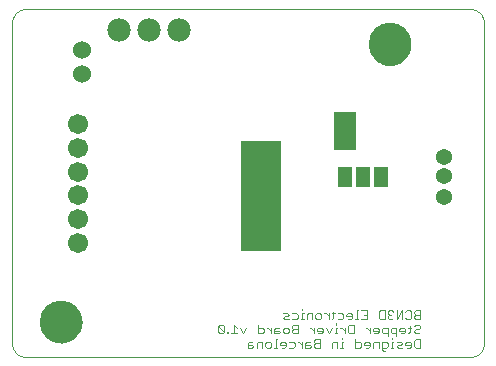
<source format=gbs>
G75*
%MOIN*%
%OFA0B0*%
%FSLAX24Y24*%
%IPPOS*%
%LPD*%
%AMOC8*
5,1,8,0,0,1.08239X$1,22.5*
%
%ADD10C,0.0000*%
%ADD11C,0.1418*%
%ADD12R,0.1380X0.3660*%
%ADD13C,0.0030*%
%ADD14R,0.0720X0.1260*%
%ADD15C,0.0540*%
%ADD16R,0.0500X0.0670*%
%ADD17C,0.0780*%
%ADD18C,0.0670*%
%ADD19C,0.0600*%
D10*
X007271Y007583D02*
X022019Y007583D01*
X022063Y007585D01*
X022106Y007591D01*
X022148Y007600D01*
X022190Y007613D01*
X022230Y007630D01*
X022269Y007650D01*
X022306Y007673D01*
X022340Y007700D01*
X022373Y007729D01*
X022402Y007762D01*
X022429Y007796D01*
X022452Y007833D01*
X022472Y007872D01*
X022489Y007912D01*
X022502Y007954D01*
X022511Y007996D01*
X022517Y008039D01*
X022519Y008083D01*
X022519Y018698D01*
X022517Y018742D01*
X022511Y018785D01*
X022502Y018827D01*
X022489Y018869D01*
X022472Y018909D01*
X022452Y018948D01*
X022429Y018985D01*
X022402Y019019D01*
X022373Y019052D01*
X022340Y019081D01*
X022306Y019108D01*
X022269Y019131D01*
X022230Y019151D01*
X022190Y019168D01*
X022148Y019181D01*
X022106Y019190D01*
X022063Y019196D01*
X022019Y019198D01*
X007271Y019198D01*
X007227Y019196D01*
X007184Y019190D01*
X007142Y019181D01*
X007100Y019168D01*
X007060Y019151D01*
X007021Y019131D01*
X006984Y019108D01*
X006950Y019081D01*
X006917Y019052D01*
X006888Y019019D01*
X006861Y018985D01*
X006838Y018948D01*
X006818Y018909D01*
X006801Y018869D01*
X006788Y018827D01*
X006779Y018785D01*
X006773Y018742D01*
X006771Y018698D01*
X006771Y008083D01*
X006773Y008039D01*
X006779Y007996D01*
X006788Y007954D01*
X006801Y007912D01*
X006818Y007872D01*
X006838Y007833D01*
X006861Y007796D01*
X006888Y007762D01*
X006917Y007729D01*
X006950Y007700D01*
X006984Y007673D01*
X007021Y007650D01*
X007060Y007630D01*
X007100Y007613D01*
X007142Y007600D01*
X007184Y007591D01*
X007227Y007585D01*
X007271Y007583D01*
X007716Y008764D02*
X007718Y008816D01*
X007724Y008868D01*
X007734Y008919D01*
X007747Y008969D01*
X007765Y009019D01*
X007786Y009066D01*
X007810Y009112D01*
X007839Y009156D01*
X007870Y009198D01*
X007904Y009237D01*
X007941Y009274D01*
X007981Y009307D01*
X008024Y009338D01*
X008068Y009365D01*
X008114Y009389D01*
X008163Y009409D01*
X008212Y009425D01*
X008263Y009438D01*
X008314Y009447D01*
X008366Y009452D01*
X008418Y009453D01*
X008470Y009450D01*
X008522Y009443D01*
X008573Y009432D01*
X008623Y009418D01*
X008672Y009399D01*
X008719Y009377D01*
X008764Y009352D01*
X008808Y009323D01*
X008849Y009291D01*
X008888Y009256D01*
X008923Y009218D01*
X008956Y009177D01*
X008986Y009135D01*
X009012Y009090D01*
X009035Y009043D01*
X009054Y008994D01*
X009070Y008944D01*
X009082Y008894D01*
X009090Y008842D01*
X009094Y008790D01*
X009094Y008738D01*
X009090Y008686D01*
X009082Y008634D01*
X009070Y008584D01*
X009054Y008534D01*
X009035Y008485D01*
X009012Y008438D01*
X008986Y008393D01*
X008956Y008351D01*
X008923Y008310D01*
X008888Y008272D01*
X008849Y008237D01*
X008808Y008205D01*
X008764Y008176D01*
X008719Y008151D01*
X008672Y008129D01*
X008623Y008110D01*
X008573Y008096D01*
X008522Y008085D01*
X008470Y008078D01*
X008418Y008075D01*
X008366Y008076D01*
X008314Y008081D01*
X008263Y008090D01*
X008212Y008103D01*
X008163Y008119D01*
X008114Y008139D01*
X008068Y008163D01*
X008024Y008190D01*
X007981Y008221D01*
X007941Y008254D01*
X007904Y008291D01*
X007870Y008330D01*
X007839Y008372D01*
X007810Y008416D01*
X007786Y008462D01*
X007765Y008509D01*
X007747Y008559D01*
X007734Y008609D01*
X007724Y008660D01*
X007718Y008712D01*
X007716Y008764D01*
X018681Y018016D02*
X018683Y018068D01*
X018689Y018120D01*
X018699Y018171D01*
X018712Y018221D01*
X018730Y018271D01*
X018751Y018318D01*
X018775Y018364D01*
X018804Y018408D01*
X018835Y018450D01*
X018869Y018489D01*
X018906Y018526D01*
X018946Y018559D01*
X018989Y018590D01*
X019033Y018617D01*
X019079Y018641D01*
X019128Y018661D01*
X019177Y018677D01*
X019228Y018690D01*
X019279Y018699D01*
X019331Y018704D01*
X019383Y018705D01*
X019435Y018702D01*
X019487Y018695D01*
X019538Y018684D01*
X019588Y018670D01*
X019637Y018651D01*
X019684Y018629D01*
X019729Y018604D01*
X019773Y018575D01*
X019814Y018543D01*
X019853Y018508D01*
X019888Y018470D01*
X019921Y018429D01*
X019951Y018387D01*
X019977Y018342D01*
X020000Y018295D01*
X020019Y018246D01*
X020035Y018196D01*
X020047Y018146D01*
X020055Y018094D01*
X020059Y018042D01*
X020059Y017990D01*
X020055Y017938D01*
X020047Y017886D01*
X020035Y017836D01*
X020019Y017786D01*
X020000Y017737D01*
X019977Y017690D01*
X019951Y017645D01*
X019921Y017603D01*
X019888Y017562D01*
X019853Y017524D01*
X019814Y017489D01*
X019773Y017457D01*
X019729Y017428D01*
X019684Y017403D01*
X019637Y017381D01*
X019588Y017362D01*
X019538Y017348D01*
X019487Y017337D01*
X019435Y017330D01*
X019383Y017327D01*
X019331Y017328D01*
X019279Y017333D01*
X019228Y017342D01*
X019177Y017355D01*
X019128Y017371D01*
X019079Y017391D01*
X019033Y017415D01*
X018989Y017442D01*
X018946Y017473D01*
X018906Y017506D01*
X018869Y017543D01*
X018835Y017582D01*
X018804Y017624D01*
X018775Y017668D01*
X018751Y017714D01*
X018730Y017761D01*
X018712Y017811D01*
X018699Y017861D01*
X018689Y017912D01*
X018683Y017964D01*
X018681Y018016D01*
D11*
X019370Y018016D03*
X008405Y008764D03*
D12*
X015081Y012953D03*
D13*
X016448Y009197D02*
X016448Y009149D01*
X016448Y009052D02*
X016448Y008858D01*
X016400Y008858D02*
X016497Y008858D01*
X016598Y008858D02*
X016598Y009003D01*
X016646Y009052D01*
X016791Y009052D01*
X016791Y008858D01*
X016893Y008907D02*
X016941Y008858D01*
X017038Y008858D01*
X017086Y008907D01*
X017086Y009003D01*
X017038Y009052D01*
X016941Y009052D01*
X016893Y009003D01*
X016893Y008907D01*
X017186Y009052D02*
X017235Y009052D01*
X017332Y008955D01*
X017332Y008858D02*
X017332Y009052D01*
X017431Y009052D02*
X017528Y009052D01*
X017480Y009100D02*
X017480Y008907D01*
X017431Y008858D01*
X017629Y008858D02*
X017774Y008858D01*
X017823Y008907D01*
X017823Y009003D01*
X017774Y009052D01*
X017629Y009052D01*
X017924Y009003D02*
X017924Y008955D01*
X018117Y008955D01*
X018117Y008907D02*
X018117Y009003D01*
X018069Y009052D01*
X017972Y009052D01*
X017924Y009003D01*
X017972Y008858D02*
X018069Y008858D01*
X018117Y008907D01*
X018217Y008858D02*
X018314Y008858D01*
X018265Y008858D02*
X018265Y009149D01*
X018314Y009149D01*
X018415Y009149D02*
X018608Y009149D01*
X018608Y008858D01*
X018415Y008858D01*
X018512Y009003D02*
X018608Y009003D01*
X019004Y008907D02*
X019053Y008858D01*
X019198Y008858D01*
X019198Y009149D01*
X019053Y009149D01*
X019004Y009100D01*
X019004Y008907D01*
X019299Y008907D02*
X019347Y008858D01*
X019444Y008858D01*
X019492Y008907D01*
X019594Y008858D02*
X019594Y009149D01*
X019492Y009100D02*
X019444Y009149D01*
X019347Y009149D01*
X019299Y009100D01*
X019299Y009052D01*
X019347Y009003D01*
X019299Y008955D01*
X019299Y008907D01*
X019347Y009003D02*
X019396Y009003D01*
X019594Y008858D02*
X019787Y009149D01*
X019787Y008858D01*
X019888Y008907D02*
X019937Y008858D01*
X020033Y008858D01*
X020082Y008907D01*
X020082Y009100D01*
X020033Y009149D01*
X019937Y009149D01*
X019888Y009100D01*
X020183Y009100D02*
X020183Y009052D01*
X020231Y009003D01*
X020376Y009003D01*
X020376Y008858D02*
X020231Y008858D01*
X020183Y008907D01*
X020183Y008955D01*
X020231Y009003D01*
X020183Y009100D02*
X020231Y009149D01*
X020376Y009149D01*
X020376Y008858D01*
X020328Y008669D02*
X020376Y008620D01*
X020376Y008572D01*
X020328Y008523D01*
X020231Y008523D01*
X020183Y008475D01*
X020183Y008427D01*
X020231Y008378D01*
X020328Y008378D01*
X020376Y008427D01*
X020376Y008189D02*
X020231Y008189D01*
X020183Y008140D01*
X020183Y007947D01*
X020231Y007898D01*
X020376Y007898D01*
X020376Y008189D01*
X020082Y008043D02*
X020082Y007947D01*
X020033Y007898D01*
X019937Y007898D01*
X019888Y007995D02*
X020082Y007995D01*
X020082Y008043D02*
X020033Y008092D01*
X019937Y008092D01*
X019888Y008043D01*
X019888Y007995D01*
X019787Y008043D02*
X019739Y008092D01*
X019594Y008092D01*
X019492Y008092D02*
X019444Y008092D01*
X019444Y007898D01*
X019492Y007898D02*
X019396Y007898D01*
X019296Y007947D02*
X019248Y007898D01*
X019102Y007898D01*
X019102Y007850D02*
X019102Y008092D01*
X019248Y008092D01*
X019296Y008043D01*
X019296Y007947D01*
X019199Y007802D02*
X019151Y007802D01*
X019102Y007850D01*
X019001Y007898D02*
X019001Y008092D01*
X018856Y008092D01*
X018808Y008043D01*
X018808Y007898D01*
X018707Y007947D02*
X018707Y008043D01*
X018658Y008092D01*
X018562Y008092D01*
X018513Y008043D01*
X018513Y007995D01*
X018707Y007995D01*
X018707Y007947D02*
X018658Y007898D01*
X018562Y007898D01*
X018412Y007947D02*
X018412Y008043D01*
X018364Y008092D01*
X018218Y008092D01*
X018218Y008189D02*
X018218Y007898D01*
X018364Y007898D01*
X018412Y007947D01*
X018166Y008378D02*
X018021Y008378D01*
X017973Y008427D01*
X017973Y008620D01*
X018021Y008669D01*
X018166Y008669D01*
X018166Y008378D01*
X017872Y008378D02*
X017872Y008572D01*
X017872Y008475D02*
X017775Y008572D01*
X017727Y008572D01*
X017626Y008572D02*
X017578Y008572D01*
X017578Y008378D01*
X017626Y008378D02*
X017529Y008378D01*
X017333Y008378D02*
X017236Y008572D01*
X017135Y008523D02*
X017135Y008427D01*
X017087Y008378D01*
X016990Y008378D01*
X016942Y008475D02*
X017135Y008475D01*
X017135Y008523D02*
X017087Y008572D01*
X016990Y008572D01*
X016942Y008523D01*
X016942Y008475D01*
X016841Y008475D02*
X016744Y008572D01*
X016695Y008572D01*
X016841Y008572D02*
X016841Y008378D01*
X016892Y008189D02*
X016843Y008140D01*
X016843Y008092D01*
X016892Y008043D01*
X017037Y008043D01*
X017037Y007898D02*
X017037Y008189D01*
X016892Y008189D01*
X016892Y008043D02*
X016843Y007995D01*
X016843Y007947D01*
X016892Y007898D01*
X017037Y007898D01*
X016742Y007947D02*
X016694Y007995D01*
X016549Y007995D01*
X016549Y008043D02*
X016549Y007898D01*
X016694Y007898D01*
X016742Y007947D01*
X016694Y008092D02*
X016597Y008092D01*
X016549Y008043D01*
X016448Y007995D02*
X016351Y008092D01*
X016303Y008092D01*
X016202Y008043D02*
X016202Y007947D01*
X016154Y007898D01*
X016009Y007898D01*
X015907Y007947D02*
X015907Y008043D01*
X015859Y008092D01*
X015762Y008092D01*
X015714Y008043D01*
X015714Y007995D01*
X015907Y007995D01*
X015907Y007947D02*
X015859Y007898D01*
X015762Y007898D01*
X015613Y007898D02*
X015516Y007898D01*
X015564Y007898D02*
X015564Y008189D01*
X015613Y008189D01*
X015663Y008378D02*
X015711Y008427D01*
X015663Y008475D01*
X015518Y008475D01*
X015518Y008523D02*
X015518Y008378D01*
X015663Y008378D01*
X015812Y008427D02*
X015812Y008523D01*
X015861Y008572D01*
X015957Y008572D01*
X016006Y008523D01*
X016006Y008427D01*
X015957Y008378D01*
X015861Y008378D01*
X015812Y008427D01*
X015663Y008572D02*
X015566Y008572D01*
X015518Y008523D01*
X015416Y008475D02*
X015320Y008572D01*
X015271Y008572D01*
X015171Y008523D02*
X015171Y008427D01*
X015122Y008378D01*
X014977Y008378D01*
X014977Y008669D01*
X014977Y008572D02*
X015122Y008572D01*
X015171Y008523D01*
X015416Y008572D02*
X015416Y008378D01*
X015368Y008092D02*
X015416Y008043D01*
X015416Y007947D01*
X015368Y007898D01*
X015271Y007898D01*
X015223Y007947D01*
X015223Y008043D01*
X015271Y008092D01*
X015368Y008092D01*
X015122Y008092D02*
X015122Y007898D01*
X014928Y007898D02*
X014928Y008043D01*
X014977Y008092D01*
X015122Y008092D01*
X014827Y007947D02*
X014779Y007995D01*
X014634Y007995D01*
X014634Y008043D02*
X014634Y007898D01*
X014779Y007898D01*
X014827Y007947D01*
X014779Y008092D02*
X014682Y008092D01*
X014634Y008043D01*
X014485Y008378D02*
X014388Y008572D01*
X014287Y008572D02*
X014190Y008669D01*
X014190Y008378D01*
X014287Y008378D02*
X014093Y008378D01*
X013992Y008378D02*
X013944Y008378D01*
X013944Y008427D01*
X013992Y008427D01*
X013992Y008378D01*
X013845Y008427D02*
X013651Y008620D01*
X013651Y008427D01*
X013700Y008378D01*
X013797Y008378D01*
X013845Y008427D01*
X013845Y008620D01*
X013797Y008669D01*
X013700Y008669D01*
X013651Y008620D01*
X014485Y008378D02*
X014582Y008572D01*
X015812Y008907D02*
X015861Y008858D01*
X016006Y008858D01*
X016107Y008858D02*
X016252Y008858D01*
X016300Y008907D01*
X016300Y009003D01*
X016252Y009052D01*
X016107Y009052D01*
X016006Y009003D02*
X015957Y009052D01*
X015812Y009052D01*
X015861Y008955D02*
X015957Y008955D01*
X016006Y009003D01*
X015861Y008955D02*
X015812Y008907D01*
X016107Y008620D02*
X016155Y008669D01*
X016300Y008669D01*
X016300Y008378D01*
X016155Y008378D01*
X016107Y008427D01*
X016107Y008475D01*
X016155Y008523D01*
X016300Y008523D01*
X016155Y008523D02*
X016107Y008572D01*
X016107Y008620D01*
X016154Y008092D02*
X016202Y008043D01*
X016154Y008092D02*
X016009Y008092D01*
X016448Y008092D02*
X016448Y007898D01*
X017433Y007898D02*
X017433Y008043D01*
X017481Y008092D01*
X017626Y008092D01*
X017626Y007898D01*
X017726Y007898D02*
X017823Y007898D01*
X017774Y007898D02*
X017774Y008092D01*
X017823Y008092D01*
X017774Y008189D02*
X017774Y008237D01*
X017333Y008378D02*
X017430Y008572D01*
X017578Y008669D02*
X017578Y008717D01*
X018562Y008572D02*
X018610Y008572D01*
X018707Y008475D01*
X018707Y008378D02*
X018707Y008572D01*
X018808Y008523D02*
X018808Y008475D01*
X019001Y008475D01*
X019001Y008427D02*
X019001Y008523D01*
X018953Y008572D01*
X018856Y008572D01*
X018808Y008523D01*
X018856Y008378D02*
X018953Y008378D01*
X019001Y008427D01*
X019102Y008427D02*
X019151Y008378D01*
X019296Y008378D01*
X019296Y008282D02*
X019296Y008572D01*
X019151Y008572D01*
X019102Y008523D01*
X019102Y008427D01*
X019397Y008427D02*
X019397Y008523D01*
X019445Y008572D01*
X019591Y008572D01*
X019591Y008282D01*
X019591Y008378D02*
X019445Y008378D01*
X019397Y008427D01*
X019444Y008237D02*
X019444Y008189D01*
X019642Y007995D02*
X019739Y007995D01*
X019787Y008043D01*
X019787Y007898D02*
X019642Y007898D01*
X019594Y007947D01*
X019642Y007995D01*
X019740Y008378D02*
X019837Y008378D01*
X019885Y008427D01*
X019885Y008523D01*
X019837Y008572D01*
X019740Y008572D01*
X019692Y008523D01*
X019692Y008475D01*
X019885Y008475D01*
X019985Y008378D02*
X020033Y008427D01*
X020033Y008620D01*
X019985Y008572D02*
X020082Y008572D01*
X020183Y008620D02*
X020231Y008669D01*
X020328Y008669D01*
X016497Y009052D02*
X016448Y009052D01*
D14*
X017871Y015113D03*
D15*
X021193Y014267D03*
X021193Y013612D03*
X021193Y012942D03*
D16*
X019071Y013583D03*
X018471Y013583D03*
X017871Y013583D03*
D17*
X012351Y018503D03*
X011351Y018503D03*
X010351Y018503D03*
D18*
X008991Y015358D03*
X008991Y014558D03*
X008991Y014558D03*
X008991Y013771D03*
X008991Y012983D03*
X008991Y012196D03*
X008991Y011409D03*
D19*
X009111Y017030D03*
X009111Y017817D03*
M02*

</source>
